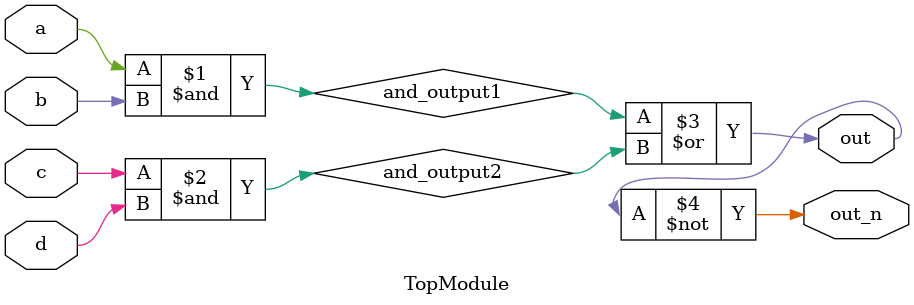
<source format=sv>
module TopModule (
    input logic a,
    input logic b,
    input logic c,
    input logic d,
    output logic out,
    output logic out_n
);

    logic and_output1;
    logic and_output2;

    // First layer: two AND gates
    assign and_output1 = a & b; // AND gate for inputs a and b
    assign and_output2 = c & d; // AND gate for inputs c and d

    // Second layer: OR gate
    assign out = and_output1 | and_output2; // OR gate for the outputs of the AND gates

    // Inverted output
    assign out_n = ~out; // NOT gate for output out

endmodule
</source>
